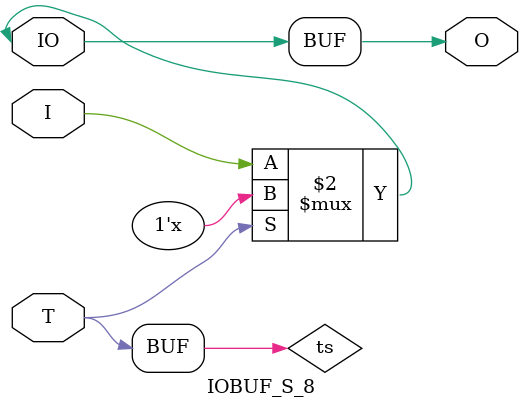
<source format=v>

/*

FUNCTION    : INPUT TRI-STATE OUTPUT BUFFER

*/

`celldefine
`timescale  100 ps / 10 ps

module IOBUF_S_8 (O, IO, I, T);

    output O;

    inout  IO;

    input  I, T;

    or O1 (ts, 1'b0, T);
    bufif0 T1 (IO, I, ts);

    buf B1 (O, IO);

endmodule

</source>
